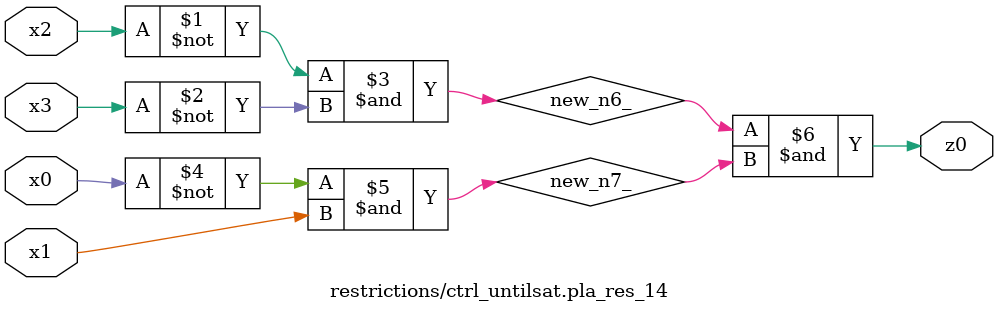
<source format=v>

module \restrictions/ctrl_untilsat.pla_res_14  ( 
    x0, x1, x2, x3,
    z0  );
  input  x0, x1, x2, x3;
  output z0;
  wire new_n6_, new_n7_;
  assign new_n6_ = ~x2 & ~x3;
  assign new_n7_ = ~x0 & x1;
  assign z0 = new_n6_ & new_n7_;
endmodule



</source>
